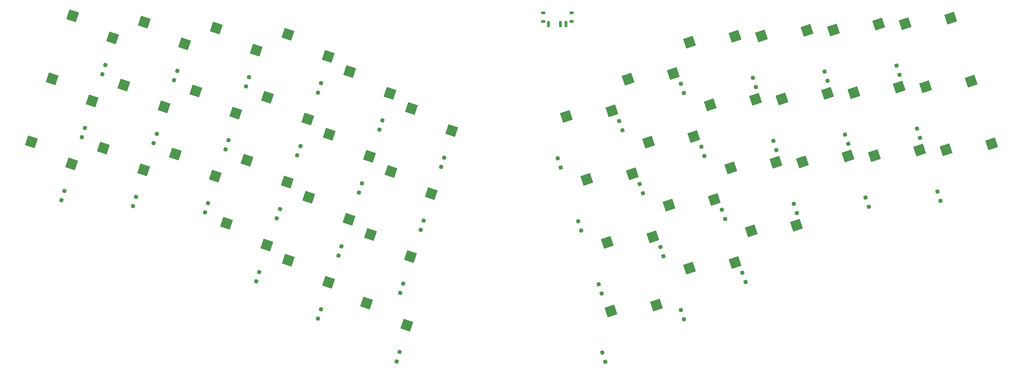
<source format=gbp>
G04 #@! TF.GenerationSoftware,KiCad,Pcbnew,8.0.4*
G04 #@! TF.CreationDate,2024-08-25T14:32:18+07:00*
G04 #@! TF.ProjectId,ozprey,6f7a7072-6579-42e6-9b69-6361645f7063,1.0*
G04 #@! TF.SameCoordinates,Original*
G04 #@! TF.FileFunction,Paste,Bot*
G04 #@! TF.FilePolarity,Positive*
%FSLAX46Y46*%
G04 Gerber Fmt 4.6, Leading zero omitted, Abs format (unit mm)*
G04 Created by KiCad (PCBNEW 8.0.4) date 2024-08-25 14:32:18*
%MOMM*%
%LPD*%
G01*
G04 APERTURE LIST*
G04 Aperture macros list*
%AMRoundRect*
0 Rectangle with rounded corners*
0 $1 Rounding radius*
0 $2 $3 $4 $5 $6 $7 $8 $9 X,Y pos of 4 corners*
0 Add a 4 corners polygon primitive as box body*
4,1,4,$2,$3,$4,$5,$6,$7,$8,$9,$2,$3,0*
0 Add four circle primitives for the rounded corners*
1,1,$1+$1,$2,$3*
1,1,$1+$1,$4,$5*
1,1,$1+$1,$6,$7*
1,1,$1+$1,$8,$9*
0 Add four rect primitives between the rounded corners*
20,1,$1+$1,$2,$3,$4,$5,0*
20,1,$1+$1,$4,$5,$6,$7,0*
20,1,$1+$1,$6,$7,$8,$9,0*
20,1,$1+$1,$8,$9,$2,$3,0*%
%AMRotRect*
0 Rectangle, with rotation*
0 The origin of the aperture is its center*
0 $1 length*
0 $2 width*
0 $3 Rotation angle, in degrees counterclockwise*
0 Add horizontal line*
21,1,$1,$2,0,0,$3*%
G04 Aperture macros list end*
%ADD10R,1.000000X0.800000*%
%ADD11R,0.700000X1.500000*%
%ADD12RotRect,2.600000X2.600000X342.000000*%
%ADD13RotRect,2.600000X2.600000X18.000000*%
%ADD14RoundRect,0.250000X0.160510X-0.315018X0.315018X0.160510X-0.160510X0.315018X-0.315018X-0.160510X0*%
%ADD15RoundRect,0.250000X0.315018X-0.160510X0.160510X0.315018X-0.315018X0.160510X-0.160510X-0.315018X0*%
G04 APERTURE END LIST*
D10*
G04 #@! TO.C,SW_PWR1*
X159915500Y-31657800D03*
X159915500Y-29447800D03*
X167215500Y-31657800D03*
X167215500Y-29447800D03*
D11*
X161315500Y-32307800D03*
X164315500Y-32307800D03*
X165815500Y-32307800D03*
G04 #@! TD*
D12*
G04 #@! TO.C,SW13*
X78759641Y-83394583D03*
X89064506Y-89056054D03*
G04 #@! TD*
G04 #@! TO.C,SW17*
X94580841Y-92951383D03*
X104885706Y-98612854D03*
G04 #@! TD*
G04 #@! TO.C,SW21*
X114681741Y-103898683D03*
X124986606Y-109560154D03*
G04 #@! TD*
D13*
G04 #@! TO.C,SW25*
X177338239Y-105922744D03*
X189002779Y-104445922D03*
G04 #@! TD*
G04 #@! TO.C,SW29*
X197439139Y-94975444D03*
X209103679Y-93498622D03*
G04 #@! TD*
G04 #@! TO.C,SW33*
X224924779Y-83941822D03*
X213260239Y-85418644D03*
G04 #@! TD*
D12*
G04 #@! TO.C,SW3*
X28762241Y-62523083D03*
X39067106Y-68184554D03*
G04 #@! TD*
G04 #@! TO.C,SW6*
X47179141Y-64090883D03*
X57484006Y-69752354D03*
G04 #@! TD*
G04 #@! TO.C,SW9*
X65596041Y-65658783D03*
X75900906Y-71320254D03*
G04 #@! TD*
G04 #@! TO.C,SW12*
X84012941Y-67226683D03*
X94317806Y-72888154D03*
G04 #@! TD*
G04 #@! TO.C,SW16*
X99834041Y-76783383D03*
X110138906Y-82444854D03*
G04 #@! TD*
G04 #@! TO.C,SW20*
X115655241Y-86340183D03*
X125960106Y-92001654D03*
G04 #@! TD*
D13*
G04 #@! TO.C,SW24*
X176364739Y-88364244D03*
X188029279Y-86887422D03*
G04 #@! TD*
G04 #@! TO.C,SW28*
X192185839Y-78807444D03*
X203850379Y-77330622D03*
G04 #@! TD*
G04 #@! TO.C,SW32*
X208006939Y-69250744D03*
X219671479Y-67773922D03*
G04 #@! TD*
G04 #@! TO.C,SW36*
X226423839Y-67682844D03*
X238088379Y-66206022D03*
G04 #@! TD*
G04 #@! TO.C,SW39*
X244840739Y-66114944D03*
X256505279Y-64638122D03*
G04 #@! TD*
G04 #@! TO.C,SW42*
X263257639Y-64547144D03*
X274922179Y-63070322D03*
G04 #@! TD*
D12*
G04 #@! TO.C,SW2*
X34015541Y-46355083D03*
X44320406Y-52016554D03*
G04 #@! TD*
G04 #@! TO.C,SW5*
X52432441Y-47922983D03*
X62737306Y-53584454D03*
G04 #@! TD*
G04 #@! TO.C,SW8*
X70849341Y-49490783D03*
X81154206Y-55152254D03*
G04 #@! TD*
G04 #@! TO.C,SW11*
X89266241Y-51058683D03*
X99571106Y-56720154D03*
G04 #@! TD*
G04 #@! TO.C,SW15*
X105087341Y-60615483D03*
X115392206Y-66276954D03*
G04 #@! TD*
G04 #@! TO.C,SW19*
X120908541Y-70172183D03*
X131213406Y-75833654D03*
G04 #@! TD*
D13*
G04 #@! TO.C,SW23*
X171111439Y-72196244D03*
X182775979Y-70719422D03*
G04 #@! TD*
G04 #@! TO.C,SW27*
X186932539Y-62639544D03*
X198597079Y-61162722D03*
G04 #@! TD*
G04 #@! TO.C,SW31*
X202753739Y-53082744D03*
X214418279Y-51605922D03*
G04 #@! TD*
G04 #@! TO.C,SW35*
X221170539Y-51514844D03*
X232835079Y-50038022D03*
G04 #@! TD*
G04 #@! TO.C,SW38*
X239587439Y-49947044D03*
X251251979Y-48470222D03*
G04 #@! TD*
G04 #@! TO.C,SW41*
X258004339Y-48379144D03*
X269668879Y-46902322D03*
G04 #@! TD*
D12*
G04 #@! TO.C,SW1*
X49573706Y-35848554D03*
X39268841Y-30187083D03*
G04 #@! TD*
G04 #@! TO.C,SW4*
X57685741Y-31754983D03*
X67990606Y-37416454D03*
G04 #@! TD*
G04 #@! TO.C,SW7*
X76102641Y-33322883D03*
X86407506Y-38984354D03*
G04 #@! TD*
G04 #@! TO.C,SW10*
X94519541Y-34890783D03*
X104824406Y-40552254D03*
G04 #@! TD*
G04 #@! TO.C,SW14*
X110340641Y-44447483D03*
X120645506Y-50108954D03*
G04 #@! TD*
G04 #@! TO.C,SW18*
X126161841Y-54004183D03*
X136466706Y-59665654D03*
G04 #@! TD*
D13*
G04 #@! TO.C,SW22*
X165858139Y-56028244D03*
X177522679Y-54551422D03*
G04 #@! TD*
G04 #@! TO.C,SW26*
X181679239Y-46471544D03*
X193343779Y-44994722D03*
G04 #@! TD*
G04 #@! TO.C,SW30*
X197500439Y-36914844D03*
X209164979Y-35438022D03*
G04 #@! TD*
G04 #@! TO.C,SW34*
X215917339Y-35346944D03*
X227581879Y-33870122D03*
G04 #@! TD*
G04 #@! TO.C,SW37*
X234334139Y-33779044D03*
X245998679Y-32302222D03*
G04 #@! TD*
G04 #@! TO.C,SW40*
X252751039Y-32211144D03*
X264415579Y-30734322D03*
G04 #@! TD*
D14*
G04 #@! TO.C,D11*
X96916329Y-66034421D03*
X97688871Y-63656779D03*
G04 #@! TD*
D15*
G04 #@! TO.C,D39*
X243399371Y-79220021D03*
X242626829Y-76842379D03*
G04 #@! TD*
D14*
G04 #@! TO.C,D12*
X92435571Y-79824679D03*
X91663029Y-82202321D03*
G04 #@! TD*
G04 #@! TO.C,D10*
X102942071Y-47488779D03*
X102169529Y-49866421D03*
G04 #@! TD*
D15*
G04 #@! TO.C,D26*
X180237871Y-59576621D03*
X179465329Y-57198979D03*
G04 #@! TD*
G04 #@! TO.C,D24*
X174923271Y-101469221D03*
X174150729Y-99091579D03*
G04 #@! TD*
D14*
G04 #@! TO.C,D4*
X66108371Y-44353079D03*
X65335829Y-46730721D03*
G04 #@! TD*
D15*
G04 #@! TO.C,D25*
X175896771Y-119027721D03*
X175124229Y-116650079D03*
G04 #@! TD*
D14*
G04 #@! TO.C,D16*
X108256671Y-89381479D03*
X107484129Y-91759121D03*
G04 #@! TD*
G04 #@! TO.C,D17*
X103003371Y-105549379D03*
X102230829Y-107927021D03*
G04 #@! TD*
G04 #@! TO.C,D14*
X118763271Y-57045479D03*
X117990729Y-59423121D03*
G04 #@! TD*
D15*
G04 #@! TO.C,D32*
X206565571Y-82355721D03*
X205793029Y-79978079D03*
G04 #@! TD*
G04 #@! TO.C,D27*
X185491171Y-75744521D03*
X184718629Y-73366879D03*
G04 #@! TD*
G04 #@! TO.C,D38*
X238146071Y-63052021D03*
X237373529Y-60674379D03*
G04 #@! TD*
D14*
G04 #@! TO.C,D20*
X124077871Y-98938179D03*
X123305329Y-101315821D03*
G04 #@! TD*
G04 #@! TO.C,D21*
X123104271Y-116496679D03*
X122331729Y-118874321D03*
G04 #@! TD*
G04 #@! TO.C,D3*
X37184871Y-75121079D03*
X36412329Y-77498721D03*
G04 #@! TD*
D15*
G04 #@! TO.C,D37*
X232892771Y-46884121D03*
X232120229Y-44506479D03*
G04 #@! TD*
G04 #@! TO.C,D30*
X196058971Y-50019821D03*
X195286429Y-47642179D03*
G04 #@! TD*
D14*
G04 #@! TO.C,D9*
X74018671Y-78256879D03*
X73246129Y-80634521D03*
G04 #@! TD*
G04 #@! TO.C,D18*
X133811829Y-68979921D03*
X134584371Y-66602279D03*
G04 #@! TD*
G04 #@! TO.C,D2*
X42438171Y-58953179D03*
X41665629Y-61330821D03*
G04 #@! TD*
D15*
G04 #@! TO.C,D34*
X214475871Y-48451921D03*
X213703329Y-46074279D03*
G04 #@! TD*
G04 #@! TO.C,D42*
X261816271Y-77652121D03*
X261043729Y-75274479D03*
G04 #@! TD*
G04 #@! TO.C,D31*
X201312271Y-66187821D03*
X200539729Y-63810179D03*
G04 #@! TD*
D14*
G04 #@! TO.C,D13*
X87182271Y-95992679D03*
X86409729Y-98370321D03*
G04 #@! TD*
D15*
G04 #@! TO.C,D40*
X251309671Y-45316221D03*
X250537129Y-42938579D03*
G04 #@! TD*
G04 #@! TO.C,D41*
X256562971Y-61484221D03*
X255790429Y-59106579D03*
G04 #@! TD*
D14*
G04 #@! TO.C,D6*
X55601771Y-76688979D03*
X54829229Y-79066621D03*
G04 #@! TD*
D15*
G04 #@! TO.C,D29*
X195997671Y-108080421D03*
X195225129Y-105702779D03*
G04 #@! TD*
G04 #@! TO.C,D22*
X164416671Y-69133321D03*
X163644129Y-66755679D03*
G04 #@! TD*
G04 #@! TO.C,D33*
X211818871Y-98523721D03*
X211046329Y-96146079D03*
G04 #@! TD*
D14*
G04 #@! TO.C,D15*
X113509971Y-73213479D03*
X112737429Y-75591121D03*
G04 #@! TD*
D15*
G04 #@! TO.C,D28*
X190744371Y-91912521D03*
X189971829Y-89534879D03*
G04 #@! TD*
G04 #@! TO.C,D36*
X224982471Y-80787921D03*
X224209929Y-78410279D03*
G04 #@! TD*
G04 #@! TO.C,D23*
X169669971Y-85301321D03*
X168897429Y-82923679D03*
G04 #@! TD*
D14*
G04 #@! TO.C,D1*
X46918429Y-45162721D03*
X47690971Y-42785079D03*
G04 #@! TD*
D15*
G04 #@! TO.C,D35*
X219729171Y-64619921D03*
X218956629Y-62242279D03*
G04 #@! TD*
D14*
G04 #@! TO.C,D5*
X60854071Y-60520679D03*
X60081529Y-62898321D03*
G04 #@! TD*
G04 #@! TO.C,D7*
X84525271Y-45920879D03*
X83752729Y-48298521D03*
G04 #@! TD*
G04 #@! TO.C,D19*
X129331071Y-82770279D03*
X128558529Y-85147921D03*
G04 #@! TD*
G04 #@! TO.C,D8*
X79271971Y-62088879D03*
X78499429Y-64466521D03*
G04 #@! TD*
M02*

</source>
